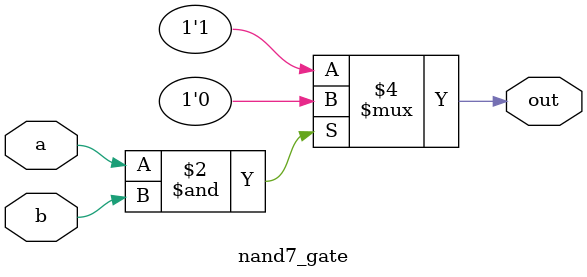
<source format=v>
module nand7_gate (
    input wire a,
    input wire b,
    output reg out
);

    always @(*) begin
        out = ~(a & b) ? 1'b1 : 1'b0;
    end
    
endmodule

</source>
